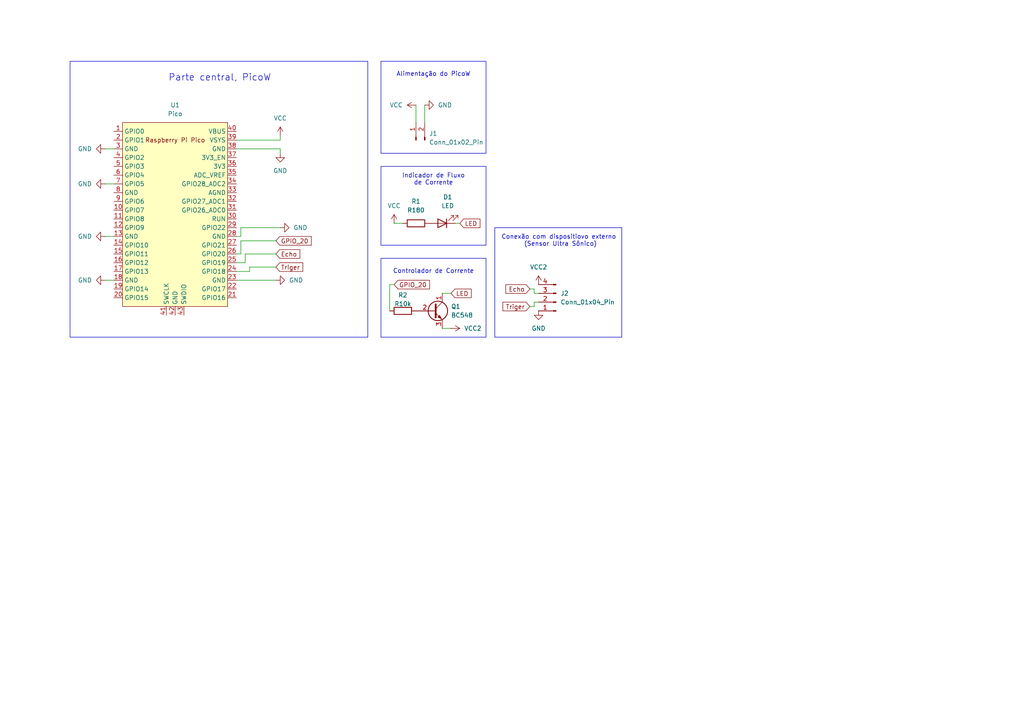
<source format=kicad_sch>
(kicad_sch (version 20231120) (generator "eeschema") (generator_version "8.0")
  (paper "A4")
  (title_block (title "Ponderada S6 PCB") (company "Caio Teixeira de Paula"))
  (lib_symbols
    (symbol "Connector:Conn_01x02_Pin" (pin_names (offset 1.016) hide)
      (property "Reference" "J" (at 0 2.54 0))
      (property "Value" "Conn_01x02_Pin" (at 0 -5.08 0))
      (symbol "Conn_01x02_Pin_1_1"
        (polyline (pts (xy 1.27 -2.54) (xy 0.8636 -2.54)) (stroke (width 0.1524)))
        (polyline (pts (xy 1.27 0) (xy 0.8636 0)) (stroke (width 0.1524)))
        (rectangle (start 0.8636 -2.413) (end 0 -2.667) (stroke (width 0.1524)) (fill (type outline)))
        (rectangle (start 0.8636 0.127) (end 0 -0.127) (stroke (width 0.1524)) (fill (type outline)))
        (pin passive line (at 5.08 0 180) (length 3.81) (name "Pin_1") (number "1"))
        (pin passive line (at 5.08 -2.54 180) (length 3.81) (name "Pin_2") (number "2"))
      )
    )
    (symbol "Connector:Conn_01x04_Pin" (pin_names (offset 1.016) hide)
      (property "Reference" "J" (at 0 5.08 0))
      (property "Value" "Conn_01x04_Pin" (at 0 -7.62 0))
      (symbol "Conn_01x04_Pin_1_1"
        (polyline (pts (xy 1.27 -5.08) (xy 0.8636 -5.08)) (stroke (width 0.1524)))
        (polyline (pts (xy 1.27 -2.54) (xy 0.8636 -2.54)) (stroke (width 0.1524)))
        (polyline (pts (xy 1.27 0) (xy 0.8636 0)) (stroke (width 0.1524)))
        (polyline (pts (xy 1.27 2.54) (xy 0.8636 2.54)) (stroke (width 0.1524)))
        (rectangle (start 0.8636 -4.953) (end 0 -5.207) (stroke (width 0.1524)) (fill (type outline)))
        (rectangle (start 0.8636 -2.413) (end 0 -2.667) (stroke (width 0.1524)) (fill (type outline)))
        (rectangle (start 0.8636 0.127) (end 0 -0.127) (stroke (width 0.1524)) (fill (type outline)))
        (rectangle (start 0.8636 2.667) (end 0 2.413) (stroke (width 0.1524)) (fill (type outline)))
        (pin passive line (at 5.08 2.54 180) (length 3.81) (name "Pin_1") (number "1"))
        (pin passive line (at 5.08 0 180) (length 3.81) (name "Pin_2") (number "2"))
        (pin passive line (at 5.08 -2.54 180) (length 3.81) (name "Pin_3") (number "3"))
        (pin passive line (at 5.08 -5.08 180) (length 3.81) (name "Pin_4") (number "4"))
      )
    )
    (symbol "Device:LED" (pin_numbers hide) (pin_names (offset 1.016) hide)
      (property "Reference" "D" (at 0 2.54 0))
      (property "Value" "LED" (at 0 -2.54 0))
      (symbol "LED_0_1"
        (polyline (pts (xy -1.27 -1.27) (xy -1.27 1.27)) (stroke (width 0.254)))
        (polyline (pts (xy -1.27 0) (xy 1.27 0)))
        (polyline (pts (xy 1.27 -1.27) (xy 1.27 1.27) (xy -1.27 0) (xy 1.27 -1.27)) (stroke (width 0.254)))
        (polyline (pts (xy -3.048 -0.762) (xy -4.572 -2.286) (xy -3.81 -2.286) (xy -4.572 -2.286) (xy -4.572 -1.524)))
        (polyline (pts (xy -1.778 -0.762) (xy -3.302 -2.286) (xy -2.54 -2.286) (xy -3.302 -2.286) (xy -3.302 -1.524)))
      )
      (symbol "LED_1_1"
        (pin passive line (at -3.81 0 0) (length 2.54) (name "K") (number "1"))
        (pin passive line (at 3.81 0 180) (length 2.54) (name "A") (number "2"))
      )
    )
    (symbol "Device:R" (pin_numbers hide) (pin_names (offset 0))
      (property "Reference" "R" (at 2.032 0 90))
      (property "Value" "R" (at 0 0 90))
      (symbol "R_0_1"
        (rectangle (start -1.016 -2.54) (end 1.016 2.54) (stroke (width 0.254)))
      )
      (symbol "R_1_1"
        (pin passive line (at 0 3.81 270) (length 1.27) (name "~") (number "1"))
        (pin passive line (at 0 -3.81 90) (length 1.27) (name "~") (number "2"))
      )
    )
    (symbol "MCU_RaspberryPi_and_Boards:Pico"
      (property "Reference" "U" (at -13.97 27.94 0))
      (property "Value" "Pico" (at 0 19.05 0))
      (symbol "Pico_0_0"
        (text "Raspberry Pi Pico" (at 0 21.59 0) (effects (font (size 1.27 1.27))))
      )
      (symbol "Pico_0_1"
        (rectangle (start -15.24 26.67) (end 15.24 -26.67) (fill (type background)))
      )
      (symbol "Pico_1_1"
        (pin bidirectional line (at -17.78 24.13 0) (length 2.54) (name "GPIO0") (number "1"))
        (pin bidirectional line (at -17.78 1.27 0) (length 2.54) (name "GPIO7") (number "10"))
        (pin bidirectional line (at -17.78 -1.27 0) (length 2.54) (name "GPIO8") (number "11"))
        (pin bidirectional line (at -17.78 -3.81 0) (length 2.54) (name "GPIO9") (number "12"))
        (pin power_in line (at -17.78 -6.35 0) (length 2.54) (name "GND") (number "13"))
        (pin bidirectional line (at -17.78 -8.89 0) (length 2.54) (name "GPIO10") (number "14"))
        (pin bidirectional line (at -17.78 -11.43 0) (length 2.54) (name "GPIO11") (number "15"))
        (pin bidirectional line (at -17.78 -13.97 0) (length 2.54) (name "GPIO12") (number "16"))
        (pin bidirectional line (at -17.78 -16.51 0) (length 2.54) (name "GPIO13") (number "17"))
        (pin power_in line (at -17.78 -19.05 0) (length 2.54) (name "GND") (number "18"))
        (pin bidirectional line (at -17.78 -21.59 0) (length 2.54) (name "GPIO14") (number "19"))
        (pin bidirectional line (at -17.78 21.59 0) (length 2.54) (name "GPIO1") (number "2"))
        (pin bidirectional line (at -17.78 -24.13 0) (length 2.54) (name "GPIO15") (number "20"))
        (pin bidirectional line (at 17.78 -24.13 180) (length 2.54) (name "GPIO16") (number "21"))
        (pin bidirectional line (at 17.78 -21.59 180) (length 2.54) (name "GPIO17") (number "22"))
        (pin power_in line (at 17.78 -19.05 180) (length 2.54) (name "GND") (number "23"))
        (pin bidirectional line (at 17.78 -16.51 180) (length 2.54) (name "GPIO18") (number "24"))
        (pin bidirectional line (at 17.78 -13.97 180) (length 2.54) (name "GPIO19") (number "25"))
        (pin bidirectional line (at 17.78 -11.43 180) (length 2.54) (name "GPIO20") (number "26"))
        (pin bidirectional line (at 17.78 -8.89 180) (length 2.54) (name "GPIO21") (number "27"))
        (pin power_in line (at 17.78 -6.35 180) (length 2.54) (name "GND") (number "28"))
        (pin bidirectional line (at 17.78 -3.81 180) (length 2.54) (name "GPIO22") (number "29"))
        (pin power_in line (at -17.78 19.05 0) (length 2.54) (name "GND") (number "3"))
        (pin input line (at 17.78 -1.27 180) (length 2.54) (name "RUN") (number "30"))
        (pin bidirectional line (at 17.78 1.27 180) (length 2.54) (name "GPIO26_ADC0") (number "31"))
        (pin bidirectional line (at 17.78 3.81 180) (length 2.54) (name "GPIO27_ADC1") (number "32"))
        (pin power_in line (at 17.78 6.35 180) (length 2.54) (name "AGND") (number "33"))
        (pin bidirectional line (at 17.78 8.89 180) (length 2.54) (name "GPIO28_ADC2") (number "34"))
        (pin power_in line (at 17.78 11.43 180) (length 2.54) (name "ADC_VREF") (number "35"))
        (pin power_in line (at 17.78 13.97 180) (length 2.54) (name "3V3") (number "36"))
        (pin input line (at 17.78 16.51 180) (length 2.54) (name "3V3_EN") (number "37"))
        (pin bidirectional line (at 17.78 19.05 180) (length 2.54) (name "GND") (number "38"))
        (pin power_in line (at 17.78 21.59 180) (length 2.54) (name "VSYS") (number "39"))
        (pin bidirectional line (at -17.78 16.51 0) (length 2.54) (name "GPIO2") (number "4"))
        (pin power_in line (at 17.78 24.13 180) (length 2.54) (name "VBUS") (number "40"))
        (pin input line (at -2.54 -29.21 90) (length 2.54) (name "SWCLK") (number "41"))
        (pin power_in line (at 0 -29.21 90) (length 2.54) (name "GND") (number "42"))
        (pin bidirectional line (at 2.54 -29.21 90) (length 2.54) (name "SWDIO") (number "43"))
        (pin bidirectional line (at -17.78 13.97 0) (length 2.54) (name "GPIO3") (number "5"))
        (pin bidirectional line (at -17.78 11.43 0) (length 2.54) (name "GPIO4") (number "6"))
        (pin bidirectional line (at -17.78 8.89 0) (length 2.54) (name "GPIO5") (number "7"))
        (pin power_in line (at -17.78 6.35 0) (length 2.54) (name "GND") (number "8"))
        (pin bidirectional line (at -17.78 3.81 0) (length 2.54) (name "GPIO6") (number "9"))
      )
    )
    (symbol "Transistor_BJT:BC548" (pin_names (offset 0) hide)
      (property "Reference" "Q" (at 5.08 1.905 0))
      (property "Value" "BC548" (at 5.08 0 0))
      (symbol "BC548_0_1"
        (polyline (pts (xy 0 0) (xy 0.635 0)))
        (polyline (pts (xy 0.635 0.635) (xy 2.54 2.54)))
        (polyline (pts (xy 0.635 -0.635) (xy 2.54 -2.54) (xy 2.54 -2.54)))
        (polyline (pts (xy 0.635 1.905) (xy 0.635 -1.905) (xy 0.635 -1.905)) (stroke (width 0.508)))
        (polyline (pts (xy 1.27 -1.778) (xy 1.778 -1.27) (xy 2.286 -2.286) (xy 1.27 -1.778) (xy 1.27 -1.778)) (fill (type outline)))
        (circle (center 1.27 0) (radius 2.8194) (stroke (width 0.254)))
      )
      (symbol "BC548_1_1"
        (pin passive line (at 2.54 5.08 270) (length 2.54) (name "C") (number "1"))
        (pin input line (at -5.08 0 0) (length 5.08) (name "B") (number "2"))
        (pin passive line (at 2.54 -5.08 90) (length 2.54) (name "E") (number "3"))
      )
    )
    (symbol "power:GND" (power) (pin_numbers hide) (pin_names (offset 0) hide)
      (property "Value" "GND" (at 0 -3.81 0))
      (symbol "GND_0_1"
        (polyline (pts (xy 0 0) (xy 0 -1.27) (xy 1.27 -1.27) (xy 0 -2.54) (xy -1.27 -1.27) (xy 0 -1.27)))
      )
      (symbol "GND_1_1"
        (pin power_in line (at 0 0 270) (length 0) (name "~") (number "1"))
      )
    )
    (symbol "power:VCC" (power) (pin_numbers hide) (pin_names (offset 0) hide)
      (property "Value" "VCC" (at 0 3.556 0))
      (symbol "VCC_0_1"
        (polyline (pts (xy -0.762 1.27) (xy 0 2.54)))
        (polyline (pts (xy 0 0) (xy 0 2.54)))
        (polyline (pts (xy 0 2.54) (xy 0.762 1.27)))
      )
      (symbol "VCC_1_1"
        (pin power_in line (at 0 0 90) (length 0) (name "~") (number "1"))
      )
    )
  )
  (wire (pts (xy 130.81 85.09) (xy 128.27 85.09)))
  (wire (pts (xy 154.94 88.9) (xy 154.94 87.63)))
  (wire (pts (xy 69.85 66.04) (xy 81.28 66.04)))
  (wire (pts (xy 69.85 69.85) (xy 69.85 73.66)))
  (wire (pts (xy 68.58 68.58) (xy 69.85 68.58)))
  (wire (pts (xy 71.12 76.2) (xy 68.58 76.2)))
  (wire (pts (xy 81.28 40.64) (xy 81.28 39.37)))
  (wire (pts (xy 120.65 30.48) (xy 120.65 35.56)))
  (wire (pts (xy 80.01 69.85) (xy 69.85 69.85)))
  (wire (pts (xy 72.39 77.47) (xy 72.39 78.74)))
  (wire (pts (xy 128.27 95.25) (xy 130.81 95.25)))
  (wire (pts (xy 30.48 43.18) (xy 33.02 43.18)))
  (wire (pts (xy 154.94 85.09) (xy 156.21 85.09)))
  (wire (pts (xy 123.19 30.48) (xy 123.19 35.56)))
  (wire (pts (xy 113.03 82.55) (xy 113.03 90.17)))
  (wire (pts (xy 133.35 64.77) (xy 132.08 64.77)))
  (wire (pts (xy 154.94 83.82) (xy 154.94 85.09)))
  (wire (pts (xy 69.85 73.66) (xy 68.58 73.66)))
  (wire (pts (xy 69.85 68.58) (xy 69.85 66.04)))
  (wire (pts (xy 80.01 73.66) (xy 71.12 73.66)))
  (wire (pts (xy 80.01 81.28) (xy 68.58 81.28)))
  (wire (pts (xy 30.48 81.28) (xy 33.02 81.28)))
  (wire (pts (xy 68.58 43.18) (xy 81.28 43.18)))
  (wire (pts (xy 113.03 82.55) (xy 114.3 82.55)))
  (wire (pts (xy 30.48 68.58) (xy 33.02 68.58)))
  (wire (pts (xy 114.3 64.77) (xy 116.84 64.77)))
  (wire (pts (xy 153.67 88.9) (xy 154.94 88.9)))
  (wire (pts (xy 30.48 53.34) (xy 33.02 53.34)))
  (wire (pts (xy 81.28 43.18) (xy 81.28 44.45)))
  (wire (pts (xy 68.58 78.74) (xy 72.39 78.74)))
  (wire (pts (xy 153.67 83.82) (xy 154.94 83.82)))
  (wire (pts (xy 68.58 40.64) (xy 81.28 40.64)))
  (wire (pts (xy 154.94 87.63) (xy 156.21 87.63)))
  (wire (pts (xy 71.12 73.66) (xy 71.12 76.2)))
  (wire (pts (xy 72.39 77.47) (xy 80.01 77.47)))
  (rectangle (start 110.49 74.93) (end 140.97 97.79))
  (rectangle (start 20.32 17.78) (end 106.68 97.79))
  (rectangle (start 110.49 48.26) (end 140.97 71.12))
  (rectangle (start 143.51 66.04) (end 180.34 97.79))
  (rectangle (start 110.49 17.78) (end 140.97 44.45))
  (text "Indicador de Fluxo\nde Corrente" (at 125.73 52.07 0) (effects (font (size 1.27 1.27))))
  (text "Alimentação do PicoW\n" (at 125.73 21.59 0) (effects (font (size 1.27 1.27))))
  (text "Conexão com dispositiovo externo \n(Sensor Ultra Sônico)\n" (at 162.56 69.85 0) (effects (font (size 1.27 1.27))))
  (text "Controlador de Corrente" (at 125.73 78.74 0) (effects (font (size 1.27 1.27))))
  (text "Parte central, PicoW\n" (at 63.754 22.606 0) (effects (font (size 1.905 1.905))))
  (global_label "Echo" (shape input) (at 153.67 83.82 180) (property "Intersheetrefs" "${INTERSHEET_REFS}" (effects (hide yes))))
  (global_label "GPIO_20" (shape input) (at 114.3 82.55 0) (property "Intersheetrefs" "${INTERSHEET_REFS}" (effects (hide yes))))
  (global_label "Echo" (shape input) (at 80.01 73.66 0) (property "Intersheetrefs" "${INTERSHEET_REFS}" (effects (hide yes))))
  (global_label "LED" (shape input) (at 130.81 85.09 0) (property "Intersheetrefs" "${INTERSHEET_REFS}" (effects (hide yes))))
  (global_label "LED" (shape input) (at 133.35 64.77 0) (property "Intersheetrefs" "${INTERSHEET_REFS}" (effects (hide yes))))
  (global_label "GPIO_20" (shape input) (at 80.01 69.85 0) (property "Intersheetrefs" "${INTERSHEET_REFS}" (effects (hide yes))))
  (global_label "Triger" (shape input) (at 153.67 88.9 180) (property "Intersheetrefs" "${INTERSHEET_REFS}" (effects (hide yes))))
  (global_label "Triger" (shape input) (at 80.01 77.47 0) (property "Intersheetrefs" "${INTERSHEET_REFS}" (effects (hide yes))))
  (symbol (lib_id "power:GND") (at 123.19 30.48 90) (unit 1)
    (property "Reference" "#PWR04" (effects (hide yes)))
    (property "Value" "GND" (at 127 30.4799 90) (effects (justify right)))
    (property "Description" "Power symbol creates a global label with name \"GND\" , ground" (effects (hide yes)))
  )
  (symbol (lib_id "power:VCC") (at 130.81 95.25 270) (unit 1)
    (property "Reference" "#PWR08" (effects (hide yes)))
    (property "Value" "VCC2" (at 134.62 95.2499 90) (effects (justify left)))
    (property "Description" "Power symbol creates a global label with name \"VCC\"" (effects (hide yes)))
  )
  (symbol (lib_id "power:VCC") (at 114.3 64.77 0) (unit 1)
    (property "Reference" "#PWR05" (effects (hide yes)))
    (property "Value" "VCC" (at 114.3 59.69 0))
    (property "Description" "Power symbol creates a global label with name \"VCC\"" (effects (hide yes)))
  )
  (symbol (lib_id "MCU_RaspberryPi_and_Boards:Pico") (at 50.8 62.23 0) (unit 1)
    (property "Reference" "U1" (at 50.8 30.48 0))
    (property "Value" "Pico" (at 50.8 33.02 0))
    (property "Footprint" "MCU_RaspberryPi_and_Boards:RPi_Pico_SMD_TH" (effects (hide yes)))
  )
  (symbol (lib_id "Connector:Conn_01x04_Pin") (at 161.29 87.63 180) (unit 1)
    (property "Reference" "J2" (at 162.56 85.0899 0) (effects (justify right)))
    (property "Value" "Conn_01x04_Pin" (at 162.56 87.6299 0) (effects (justify right)))
    (property "Footprint" "Connector_PinHeader_1.27mm:PinHeader_1x04_P1.27mm_Vertical" (effects (hide yes)))
    (property "Description" "Generic connector, single row, 01x04, script generated" (effects (hide yes)))
  )
  (symbol (lib_id "Device:LED") (at 128.27 64.77 180) (unit 1)
    (property "Reference" "D1" (at 129.8575 57.15 0))
    (property "Value" "LED" (at 129.8575 59.69 0))
    (property "Footprint" "LED_THT:LED_D5.0mm_Clear" (effects (hide yes)))
    (property "Description" "Light emitting diode" (effects (hide yes)))
  )
  (symbol (lib_id "Device:R") (at 120.65 64.77 90) (unit 1)
    (property "Reference" "R1" (at 120.65 58.42 90))
    (property "Value" "R180" (at 120.65 60.96 90))
    (property "Footprint" "Resistor_THT:R_Axial_DIN0204_L3.6mm_D1.6mm_P5.08mm_Horizontal" (effects (hide yes)))
    (property "Description" "Resistor" (effects (hide yes)))
  )
  (symbol (lib_id "Connector:Conn_01x02_Pin") (at 120.65 40.64 90) (unit 1)
    (property "Reference" "J1" (at 124.46 38.7349 90) (effects (justify right)))
    (property "Value" "Conn_01x02_Pin" (at 124.46 41.2749 90) (effects (justify right)))
    (property "Footprint" "Connector_PinHeader_1.27mm:PinHeader_1x02_P1.27mm_Vertical" (effects (hide yes)))
    (property "Description" "Generic connector, single row, 01x02, script generated" (effects (hide yes)))
  )
  (symbol (lib_id "power:GND") (at 156.21 90.17 0) (unit 1)
    (property "Reference" "#PWR010" (effects (hide yes)))
    (property "Value" "GND" (at 156.21 95.25 0))
    (property "Description" "Power symbol creates a global label with name \"GND\" , ground" (effects (hide yes)))
  )
  (symbol (lib_id "power:GND") (at 30.48 81.28 270) (unit 1)
    (property "Reference" "#PWR07" (effects (hide yes)))
    (property "Value" "GND" (at 26.67 81.2799 90) (effects (justify right)))
    (property "Description" "Power symbol creates a global label with name \"GND\" , ground" (effects (hide yes)))
  )
  (symbol (lib_id "Device:R") (at 116.84 90.17 90) (unit 1)
    (property "Reference" "R2" (at 116.84 85.598 90))
    (property "Value" "R10k" (at 116.84 88.138 90))
    (property "Footprint" "Resistor_THT:R_Axial_DIN0204_L3.6mm_D1.6mm_P5.08mm_Horizontal" (effects (hide yes)))
    (property "Description" "Resistor" (effects (hide yes)))
  )
  (symbol (lib_id "power:GND") (at 80.01 81.28 90) (unit 1)
    (property "Reference" "#PWR06" (effects (hide yes)))
    (property "Value" "GND" (at 83.82 81.2799 90) (effects (justify right)))
    (property "Description" "Power symbol creates a global label with name \"GND\" , ground" (effects (hide yes)))
  )
  (symbol (lib_id "power:VCC") (at 156.21 82.55 0) (unit 1)
    (property "Reference" "#PWR09" (effects (hide yes)))
    (property "Value" "VCC2" (at 156.21 77.47 0))
    (property "Description" "Power symbol creates a global label with name \"VCC\"" (effects (hide yes)))
  )
  (symbol (lib_id "power:VCC") (at 120.65 30.48 90) (unit 1)
    (property "Reference" "#PWR03" (effects (hide yes)))
    (property "Value" "VCC" (at 116.84 30.4799 90) (effects (justify left)))
    (property "Description" "Power symbol creates a global label with name \"VCC\"" (effects (hide yes)))
  )
  (symbol (lib_id "power:GND") (at 30.48 68.58 270) (unit 1)
    (property "Reference" "#PWR011" (effects (hide yes)))
    (property "Value" "GND" (at 26.67 68.5799 90) (effects (justify right)))
    (property "Description" "Power symbol creates a global label with name \"GND\" , ground" (effects (hide yes)))
  )
  (symbol (lib_id "Transistor_BJT:BC548") (at 125.73 90.17 0) (unit 1)
    (property "Reference" "Q1" (at 130.81 88.8999 0) (effects (justify left)))
    (property "Value" "BC548" (at 130.81 91.4399 0) (effects (justify left)))
    (property "Footprint" "Package_TO_SOT_THT:TO-92_Inline" (effects (hide yes)))
    (property "Datasheet" "https://www.onsemi.com/pub/Collateral/BC550-D.pdf" (effects (hide yes)))
    (property "Description" "0.1A Ic, 30V Vce, Small Signal NPN Transistor, TO-92" (effects (hide yes)))
  )
  (symbol (lib_id "power:GND") (at 81.28 66.04 90) (unit 1)
    (property "Reference" "#PWR014" (effects (hide yes)))
    (property "Value" "GND" (at 85.09 66.0399 90) (effects (justify right)))
    (property "Description" "Power symbol creates a global label with name \"GND\" , ground" (effects (hide yes)))
  )
  (symbol (lib_id "power:GND") (at 30.48 43.18 270) (unit 1)
    (property "Reference" "#PWR013" (effects (hide yes)))
    (property "Value" "GND" (at 26.67 43.1799 90) (effects (justify right)))
    (property "Description" "Power symbol creates a global label with name \"GND\" , ground" (effects (hide yes)))
  )
  (symbol (lib_id "power:GND") (at 30.48 53.34 270) (unit 1)
    (property "Reference" "#PWR012" (effects (hide yes)))
    (property "Value" "GND" (at 26.67 53.3399 90) (effects (justify right)))
    (property "Description" "Power symbol creates a global label with name \"GND\" , ground" (effects (hide yes)))
  )
  (symbol (lib_id "power:GND") (at 81.28 44.45 0) (unit 1)
    (property "Reference" "#PWR02" (effects (hide yes)))
    (property "Value" "GND" (at 81.28 49.53 0))
    (property "Description" "Power symbol creates a global label with name \"GND\" , ground" (effects (hide yes)))
  )
  (symbol (lib_id "power:VCC") (at 81.28 39.37 0) (unit 1)
    (property "Reference" "#PWR01" (effects (hide yes)))
    (property "Value" "VCC" (at 81.28 34.29 0))
    (property "Description" "Power symbol creates a global label with name \"VCC\"" (effects (hide yes)))
  )
)
</source>
